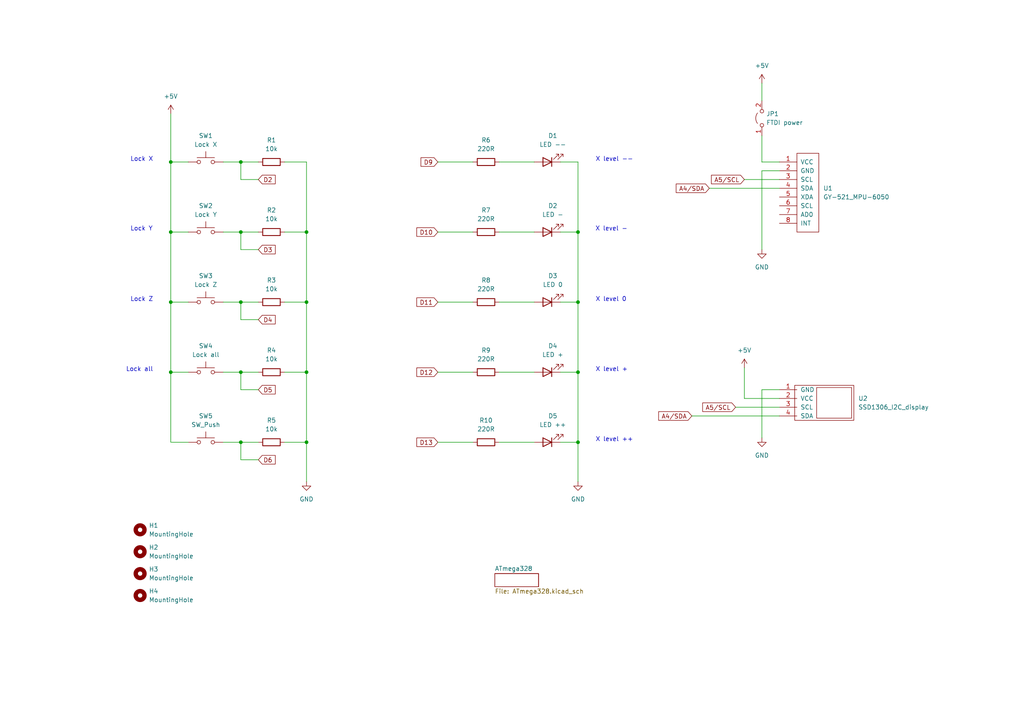
<source format=kicad_sch>
(kicad_sch (version 20211123) (generator eeschema)
  (paper "A4")
  (title_block (title "ardInclinometer-ATmega328") (date "2022-09-09") (rev "0.3"))
  (lib_symbols
    (symbol "Device:LED" (pin_numbers hide) (pin_names (offset 1.016) hide)
      (property "Reference" "D" (at 0 2.54 0))
      (property "Value" "LED" (at 0 -2.54 0))
      (symbol "LED_0_1"
        (polyline (pts (xy -1.27 -1.27) (xy -1.27 1.27)) (stroke (width 0.254)))
        (polyline (pts (xy -1.27 0) (xy 1.27 0)))
        (polyline (pts (xy 1.27 -1.27) (xy 1.27 1.27) (xy -1.27 0) (xy 1.27 -1.27)) (stroke (width 0.254)))
        (polyline (pts (xy -3.048 -0.762) (xy -4.572 -2.286) (xy -3.81 -2.286) (xy -4.572 -2.286) (xy -4.572 -1.524)))
        (polyline (pts (xy -1.778 -0.762) (xy -3.302 -2.286) (xy -2.54 -2.286) (xy -3.302 -2.286) (xy -3.302 -1.524)))
      )
      (symbol "LED_1_1"
        (pin passive line (at -3.81 0 0) (length 2.54) (name "K") (number "1"))
        (pin passive line (at 3.81 0 180) (length 2.54) (name "A") (number "2"))
      )
    )
    (symbol "Device:R" (pin_numbers hide) (pin_names (offset 0))
      (property "Reference" "R" (at 2.032 0 90))
      (property "Value" "R" (at 0 0 90))
      (symbol "R_0_1"
        (rectangle (start -1.016 -2.54) (end 1.016 2.54) (stroke (width 0.254)))
      )
      (symbol "R_1_1"
        (pin passive line (at 0 3.81 270) (length 1.27) (name "~") (number "1"))
        (pin passive line (at 0 -3.81 90) (length 1.27) (name "~") (number "2"))
      )
    )
    (symbol "Jumper:Jumper_2_Open" (pin_names (offset 0) hide)
      (property "Reference" "JP" (at 0 2.794 0))
      (property "Value" "Jumper_2_Open" (at 0 -2.286 0))
      (symbol "Jumper_2_Open_0_0"
        (circle (center -2.032 0) (radius 0.508))
        (circle (center 2.032 0) (radius 0.508))
      )
      (symbol "Jumper_2_Open_0_1"
        (arc (start 1.524 1.27) (mid 0 1.778) (end -1.524 1.27))
      )
      (symbol "Jumper_2_Open_1_1"
        (pin passive line (at -5.08 0 0) (length 2.54) (name "A") (number "1"))
        (pin passive line (at 5.08 0 180) (length 2.54) (name "B") (number "2"))
      )
    )
    (symbol "Mechanical:MountingHole" (pin_names (offset 1.016))
      (property "Reference" "H" (at 0 5.08 0))
      (property "Value" "MountingHole" (at 0 3.175 0))
      (symbol "MountingHole_0_1"
        (circle (center 0 0) (radius 1.27) (stroke (width 1.27)))
      )
    )
    (symbol "My_Parts:GY-521_MPU-6050" (pin_names (offset 1.016))
      (property "Reference" "U" (at 6.35 3.81 0))
      (property "Value" "GY-521_MPU-6050" (at 10.16 6.35 0))
      (symbol "GY-521_MPU-6050_0_1"
        (rectangle (start 5.08 2.54) (end 11.43 -20.32))
      )
      (symbol "GY-521_MPU-6050_1_1"
        (pin power_in line (at 0 0 0) (length 5.08) (name "VCC") (number "1"))
        (pin power_in line (at 0 -2.54 0) (length 5.08) (name "GND") (number "2"))
        (pin bidirectional line (at 0 -5.08 0) (length 5.08) (name "SCL") (number "3"))
        (pin bidirectional line (at 0 -7.62 0) (length 5.08) (name "SDA") (number "4"))
        (pin bidirectional line (at 0 -10.16 0) (length 5.08) (name "XDA") (number "5"))
        (pin bidirectional line (at 0 -12.7 0) (length 5.08) (name "SCL") (number "6"))
        (pin bidirectional line (at 0 -15.24 0) (length 5.08) (name "AD0") (number "7"))
        (pin bidirectional line (at 0 -17.78 0) (length 5.08) (name "INT") (number "8"))
      )
    )
    (symbol "My_Parts:SSD1306_I2C_display" (pin_names (offset 1.016))
      (property "Reference" "U" (at 5.715 2.54 0))
      (property "Value" "SSD1306_I2C_display" (at 12.7 -10.795 0))
      (symbol "SSD1306_I2C_display_0_1"
        (rectangle (start 4.445 1.27) (end 21.59 -8.89))
        (rectangle (start 10.795 0.635) (end 20.955 -8.255))
      )
      (symbol "SSD1306_I2C_display_1_1"
        (pin power_in line (at 0 0 0) (length 5.08) (name "GND") (number "1"))
        (pin power_in line (at 0 -2.54 0) (length 5.08) (name "VCC") (number "2"))
        (pin input line (at 0 -5.08 0) (length 5.08) (name "SCL") (number "3"))
        (pin input line (at 0 -7.62 0) (length 5.08) (name "SDA") (number "4"))
      )
    )
    (symbol "Switch:SW_Push" (pin_numbers hide) (pin_names (offset 1.016) hide)
      (property "Reference" "SW" (at 1.27 2.54 0))
      (property "Value" "SW_Push" (at 0 -1.524 0))
      (symbol "SW_Push_0_1"
        (circle (center -2.032 0) (radius 0.508))
        (polyline (pts (xy 0 1.27) (xy 0 3.048)))
        (polyline (pts (xy 2.54 1.27) (xy -2.54 1.27)))
        (circle (center 2.032 0) (radius 0.508))
        (pin passive line (at -5.08 0 0) (length 2.54) (name "1") (number "1"))
        (pin passive line (at 5.08 0 180) (length 2.54) (name "2") (number "2"))
      )
    )
    (symbol "power:+5V" (power) (pin_names (offset 0))
      (property "Value" "+5V" (at 0 3.556 0))
      (symbol "+5V_0_1"
        (polyline (pts (xy -0.762 1.27) (xy 0 2.54)))
        (polyline (pts (xy 0 0) (xy 0 2.54)))
        (polyline (pts (xy 0 2.54) (xy 0.762 1.27)))
      )
      (symbol "+5V_1_1"
        (pin power_in line (at 0 0 90) (length 0) hide (name "+5V") (number "1"))
      )
    )
    (symbol "power:GND" (power) (pin_names (offset 0))
      (property "Value" "GND" (at 0 -3.81 0))
      (symbol "GND_0_1"
        (polyline (pts (xy 0 0) (xy 0 -1.27) (xy 1.27 -1.27) (xy 0 -2.54) (xy -1.27 -1.27) (xy 0 -1.27)))
      )
      (symbol "GND_1_1"
        (pin power_in line (at 0 0 270) (length 0) hide (name "GND") (number "1"))
      )
    )
  )
  (junction (at 167.64 67.31))
  (junction (at 49.53 107.95))
  (junction (at 167.64 107.95))
  (junction (at 88.9 67.31))
  (junction (at 69.85 107.95))
  (junction (at 49.53 67.31))
  (junction (at 88.9 87.63))
  (junction (at 49.53 46.99))
  (junction (at 167.64 87.63))
  (junction (at 88.9 107.95))
  (junction (at 69.85 128.27))
  (junction (at 69.85 67.31))
  (junction (at 167.64 128.27))
  (junction (at 69.85 46.99))
  (junction (at 88.9 128.27))
  (junction (at 49.53 87.63))
  (junction (at 69.85 87.63))
  (wire (pts (xy 69.85 92.71) (xy 74.93 92.71)))
  (wire (pts (xy 82.55 67.31) (xy 88.9 67.31)))
  (wire (pts (xy 226.06 46.99) (xy 220.98 46.99)))
  (wire (pts (xy 127 87.63) (xy 137.16 87.63)))
  (wire (pts (xy 82.55 87.63) (xy 88.9 87.63)))
  (wire (pts (xy 200.66 120.65) (xy 226.06 120.65)))
  (wire (pts (xy 64.77 46.99) (xy 69.85 46.99)))
  (wire (pts (xy 69.85 67.31) (xy 74.93 67.31)))
  (wire (pts (xy 127 128.27) (xy 137.16 128.27)))
  (wire (pts (xy 220.98 39.37) (xy 220.98 46.99)))
  (wire (pts (xy 82.55 128.27) (xy 88.9 128.27)))
  (wire (pts (xy 69.85 46.99) (xy 74.93 46.99)))
  (wire (pts (xy 127 46.99) (xy 137.16 46.99)))
  (wire (pts (xy 144.78 67.31) (xy 154.94 67.31)))
  (wire (pts (xy 69.85 107.95) (xy 74.93 107.95)))
  (wire (pts (xy 215.9 52.07) (xy 226.06 52.07)))
  (wire (pts (xy 167.64 87.63) (xy 167.64 107.95)))
  (wire (pts (xy 144.78 46.99) (xy 154.94 46.99)))
  (wire (pts (xy 69.85 113.03) (xy 69.85 107.95)))
  (wire (pts (xy 49.53 107.95) (xy 49.53 128.27)))
  (wire (pts (xy 64.77 67.31) (xy 69.85 67.31)))
  (wire (pts (xy 167.64 107.95) (xy 167.64 128.27)))
  (wire (pts (xy 64.77 87.63) (xy 69.85 87.63)))
  (wire (pts (xy 215.9 115.57) (xy 215.9 106.68)))
  (wire (pts (xy 220.98 24.13) (xy 220.98 29.21)))
  (wire (pts (xy 220.98 113.03) (xy 220.98 127)))
  (wire (pts (xy 167.64 67.31) (xy 167.64 87.63)))
  (wire (pts (xy 226.06 49.53) (xy 220.98 49.53)))
  (wire (pts (xy 88.9 67.31) (xy 88.9 46.99)))
  (wire (pts (xy 88.9 107.95) (xy 88.9 87.63)))
  (wire (pts (xy 74.93 72.39) (xy 69.85 72.39)))
  (wire (pts (xy 69.85 46.99) (xy 69.85 52.07)))
  (wire (pts (xy 144.78 128.27) (xy 154.94 128.27)))
  (wire (pts (xy 49.53 67.31) (xy 54.61 67.31)))
  (wire (pts (xy 88.9 87.63) (xy 88.9 67.31)))
  (wire (pts (xy 69.85 128.27) (xy 69.85 133.35)))
  (wire (pts (xy 162.56 107.95) (xy 167.64 107.95)))
  (wire (pts (xy 49.53 33.02) (xy 49.53 46.99)))
  (wire (pts (xy 54.61 128.27) (xy 49.53 128.27)))
  (wire (pts (xy 54.61 107.95) (xy 49.53 107.95)))
  (wire (pts (xy 144.78 87.63) (xy 154.94 87.63)))
  (wire (pts (xy 226.06 113.03) (xy 220.98 113.03)))
  (wire (pts (xy 69.85 128.27) (xy 74.93 128.27)))
  (wire (pts (xy 64.77 107.95) (xy 69.85 107.95)))
  (wire (pts (xy 205.74 54.61) (xy 226.06 54.61)))
  (wire (pts (xy 226.06 115.57) (xy 215.9 115.57)))
  (wire (pts (xy 74.93 113.03) (xy 69.85 113.03)))
  (wire (pts (xy 49.53 46.99) (xy 54.61 46.99)))
  (wire (pts (xy 127 107.95) (xy 137.16 107.95)))
  (wire (pts (xy 213.36 118.11) (xy 226.06 118.11)))
  (wire (pts (xy 49.53 87.63) (xy 49.53 67.31)))
  (wire (pts (xy 220.98 49.53) (xy 220.98 72.39)))
  (wire (pts (xy 167.64 128.27) (xy 162.56 128.27)))
  (wire (pts (xy 127 67.31) (xy 137.16 67.31)))
  (wire (pts (xy 69.85 52.07) (xy 74.93 52.07)))
  (wire (pts (xy 49.53 67.31) (xy 49.53 46.99)))
  (wire (pts (xy 167.64 128.27) (xy 167.64 139.7)))
  (wire (pts (xy 69.85 133.35) (xy 74.93 133.35)))
  (wire (pts (xy 88.9 46.99) (xy 82.55 46.99)))
  (wire (pts (xy 69.85 72.39) (xy 69.85 67.31)))
  (wire (pts (xy 167.64 46.99) (xy 167.64 67.31)))
  (wire (pts (xy 49.53 107.95) (xy 49.53 87.63)))
  (wire (pts (xy 88.9 107.95) (xy 88.9 128.27)))
  (wire (pts (xy 69.85 87.63) (xy 69.85 92.71)))
  (wire (pts (xy 64.77 128.27) (xy 69.85 128.27)))
  (wire (pts (xy 88.9 128.27) (xy 88.9 139.7)))
  (wire (pts (xy 82.55 107.95) (xy 88.9 107.95)))
  (wire (pts (xy 49.53 87.63) (xy 54.61 87.63)))
  (wire (pts (xy 69.85 87.63) (xy 74.93 87.63)))
  (wire (pts (xy 162.56 67.31) (xy 167.64 67.31)))
  (wire (pts (xy 162.56 46.99) (xy 167.64 46.99)))
  (wire (pts (xy 162.56 87.63) (xy 167.64 87.63)))
  (wire (pts (xy 144.78 107.95) (xy 154.94 107.95)))
  (text "X level +" (at 172.72 107.95 0) (effects (font (size 1.27 1.27)) (justify left bottom)))
  (text "Lock all" (at 44.45 107.95 180) (effects (font (size 1.27 1.27)) (justify right bottom)))
  (text "Lock Z" (at 44.45 87.63 180) (effects (font (size 1.27 1.27)) (justify right bottom)))
  (text "X level -" (at 172.6502 67.1699 0) (effects (font (size 1.27 1.27)) (justify left bottom)))
  (text "X level ++" (at 172.72 128.27 0) (effects (font (size 1.27 1.27)) (justify left bottom)))
  (text "Lock X" (at 44.45 46.99 180) (effects (font (size 1.27 1.27)) (justify right bottom)))
  (text "Lock Y" (at 44.3283 67.1699 180) (effects (font (size 1.27 1.27)) (justify right bottom)))
  (text "X level --" (at 172.72 46.99 0) (effects (font (size 1.27 1.27)) (justify left bottom)))
  (text "X level 0" (at 172.72 87.63 0) (effects (font (size 1.27 1.27)) (justify left bottom)))
  (global_label "D12" (shape input) (at 127 107.95 180) (property "Intersheet References" "${INTERSHEET_REFS}" (effects hide)))
  (global_label "A4{slash}SDA" (shape input) (at 200.66 120.65 180) (property "Intersheet References" "${INTERSHEET_REFS}" (effects hide)))
  (global_label "D6" (shape input) (at 74.93 133.35 0) (property "Intersheet References" "${INTERSHEET_REFS}" (effects hide)))
  (global_label "D4" (shape input) (at 74.93 92.71 0) (property "Intersheet References" "${INTERSHEET_REFS}" (effects hide)))
  (global_label "D13" (shape input) (at 127 128.27 180) (property "Intersheet References" "${INTERSHEET_REFS}" (effects hide)))
  (global_label "D10" (shape input) (at 127 67.31 180) (property "Intersheet References" "${INTERSHEET_REFS}" (effects hide)))
  (global_label "D3" (shape input) (at 74.93 72.39 0) (property "Intersheet References" "${INTERSHEET_REFS}" (effects hide)))
  (global_label "D2" (shape input) (at 74.93 52.07 0) (property "Intersheet References" "${INTERSHEET_REFS}" (effects hide)))
  (global_label "D11" (shape input) (at 127 87.63 180) (property "Intersheet References" "${INTERSHEET_REFS}" (effects hide)))
  (global_label "A5{slash}SCL" (shape input) (at 213.36 118.11 180) (property "Intersheet References" "${INTERSHEET_REFS}" (effects hide)))
  (global_label "D9" (shape input) (at 127 46.99 180) (property "Intersheet References" "${INTERSHEET_REFS}" (effects hide)))
  (global_label "A5{slash}SCL" (shape input) (at 215.9 52.07 180) (property "Intersheet References" "${INTERSHEET_REFS}" (effects hide)))
  (global_label "D5" (shape input) (at 74.93 113.03 0) (property "Intersheet References" "${INTERSHEET_REFS}" (effects hide)))
  (global_label "A4{slash}SDA" (shape input) (at 205.74 54.61 180) (property "Intersheet References" "${INTERSHEET_REFS}" (effects hide)))
  (symbol (lib_id "Device:R") (at 140.97 107.95 90) (unit 1)
    (property "Reference" "R9" (at 140.97 101.6 90))
    (property "Value" "220R" (at 140.97 104.14 90))
    (property "Footprint" "My_Misc:R_Axial_DIN0207_L6.3mm_D2.5mm_P10.16mm_Horizontal_larger_pads" (effects hide))
  )
  (symbol (lib_id "power:+5V") (at 220.98 24.13 0) (unit 1)
    (property "Reference" "#PWR05" (effects hide))
    (property "Value" "+5V" (at 220.98 19.05 0))
  )
  (symbol (lib_id "Switch:SW_Push") (at 59.69 107.95 0) (unit 1)
    (property "Reference" "SW4" (at 59.69 100.33 0))
    (property "Value" "Lock all" (at 59.69 102.87 0))
    (property "Footprint" "My_Misc:SW_PUSH_6mm_large" (effects hide))
  )
  (symbol (lib_id "My_Parts:SSD1306_I2C_display") (at 226.06 113.03 0) (unit 1)
    (property "Reference" "U2" (at 248.92 115.5699 0) (effects (justify left)))
    (property "Value" "SSD1306_I2C_display" (at 248.92 118.1099 0) (effects (justify left)))
    (property "Footprint" "My_Parts:SSD1306_I2C_0.96_OLED_display_large" (effects hide))
  )
  (symbol (lib_id "Device:LED") (at 158.75 67.31 180) (unit 1)
    (property "Reference" "D2" (at 160.3375 59.69 0))
    (property "Value" "LED -" (at 160.3375 62.23 0))
    (property "Footprint" "My_Misc:LED_D5.0mm_large" (effects hide))
  )
  (symbol (lib_id "Device:R") (at 140.97 87.63 90) (unit 1)
    (property "Reference" "R8" (at 140.97 81.28 90))
    (property "Value" "220R" (at 140.97 83.82 90))
    (property "Footprint" "My_Misc:R_Axial_DIN0207_L6.3mm_D2.5mm_P10.16mm_Horizontal_larger_pads" (effects hide))
  )
  (symbol (lib_id "Device:R") (at 140.97 128.27 90) (unit 1)
    (property "Reference" "R10" (at 140.97 121.92 90))
    (property "Value" "220R" (at 140.97 124.46 90))
    (property "Footprint" "My_Misc:R_Axial_DIN0207_L6.3mm_D2.5mm_P10.16mm_Horizontal_larger_pads" (effects hide))
  )
  (symbol (lib_id "Mechanical:MountingHole") (at 40.64 172.72 0) (unit 1)
    (property "Reference" "H4" (at 43.18 171.4499 0) (effects (justify left)))
    (property "Value" "MountingHole" (at 43.18 173.9899 0) (effects (justify left)))
    (property "Footprint" "MountingHole:MountingHole_3.2mm_M3" (effects hide))
  )
  (symbol (lib_id "Device:R") (at 140.97 67.31 90) (unit 1)
    (property "Reference" "R7" (at 140.97 60.96 90))
    (property "Value" "220R" (at 140.97 63.5 90))
    (property "Footprint" "My_Misc:R_Axial_DIN0207_L6.3mm_D2.5mm_P10.16mm_Horizontal_larger_pads" (effects hide))
  )
  (symbol (lib_id "Device:R") (at 78.74 128.27 90) (unit 1)
    (property "Reference" "R5" (at 78.74 121.92 90))
    (property "Value" "10k" (at 78.74 124.46 90))
    (property "Footprint" "My_Misc:R_Axial_DIN0207_L6.3mm_D2.5mm_P10.16mm_Horizontal_larger_pads" (effects hide))
  )
  (symbol (lib_id "power:GND") (at 88.9 139.7 0) (unit 1)
    (property "Reference" "#PWR02" (effects hide))
    (property "Value" "GND" (at 88.9 144.78 0))
  )
  (symbol (lib_id "My_Parts:GY-521_MPU-6050") (at 226.06 46.99 0) (unit 1)
    (property "Reference" "U1" (at 238.76 54.6099 0) (effects (justify left)))
    (property "Value" "GY-521_MPU-6050" (at 238.76 57.1499 0) (effects (justify left)))
    (property "Footprint" "My_Parts:GY-521_MPU6050_w_header_large" (effects hide))
  )
  (symbol (lib_id "Switch:SW_Push") (at 59.69 87.63 0) (unit 1)
    (property "Reference" "SW3" (at 59.69 80.01 0))
    (property "Value" "Lock Z" (at 59.69 82.55 0))
    (property "Footprint" "My_Misc:SW_PUSH_6mm_large" (effects hide))
  )
  (symbol (lib_id "Jumper:Jumper_2_Open") (at 220.98 34.29 90) (unit 1)
    (property "Reference" "JP1" (at 222.25 33.0199 90) (effects (justify right)))
    (property "Value" "FTDI power" (at 222.25 35.5599 90) (effects (justify right)))
    (property "Footprint" "My_Parts:Jumper_1x02_P2.54mm_large" (effects hide))
  )
  (symbol (lib_id "Device:R") (at 78.74 87.63 90) (unit 1)
    (property "Reference" "R3" (at 78.74 81.28 90))
    (property "Value" "10k" (at 78.74 83.82 90))
    (property "Footprint" "My_Misc:R_Axial_DIN0207_L6.3mm_D2.5mm_P10.16mm_Horizontal_larger_pads" (effects hide))
  )
  (symbol (lib_id "Mechanical:MountingHole") (at 40.64 153.67 0) (unit 1)
    (property "Reference" "H1" (at 43.18 152.3999 0) (effects (justify left)))
    (property "Value" "MountingHole" (at 43.18 154.9399 0) (effects (justify left)))
    (property "Footprint" "MountingHole:MountingHole_3.2mm_M3" (effects hide))
  )
  (symbol (lib_id "Mechanical:MountingHole") (at 40.64 166.37 0) (unit 1)
    (property "Reference" "H3" (at 43.18 165.0999 0) (effects (justify left)))
    (property "Value" "MountingHole" (at 43.18 167.6399 0) (effects (justify left)))
    (property "Footprint" "MountingHole:MountingHole_3.2mm_M3" (effects hide))
  )
  (symbol (lib_id "power:GND") (at 220.98 72.39 0) (unit 1)
    (property "Reference" "#PWR06" (effects hide))
    (property "Value" "GND" (at 220.98 77.47 0))
  )
  (symbol (lib_id "power:GND") (at 167.64 139.7 0) (unit 1)
    (property "Reference" "#PWR03" (effects hide))
    (property "Value" "GND" (at 167.64 144.78 0))
  )
  (symbol (lib_id "Device:R") (at 78.74 46.99 90) (unit 1)
    (property "Reference" "R1" (at 78.74 40.64 90))
    (property "Value" "10k" (at 78.74 43.18 90))
    (property "Footprint" "My_Misc:R_Axial_DIN0207_L6.3mm_D2.5mm_P10.16mm_Horizontal_larger_pads" (effects hide))
  )
  (symbol (lib_id "power:+5V") (at 215.9 106.68 0) (unit 1)
    (property "Reference" "#PWR04" (effects hide))
    (property "Value" "+5V" (at 215.9 101.6 0))
  )
  (symbol (lib_id "Switch:SW_Push") (at 59.69 67.31 0) (unit 1)
    (property "Reference" "SW2" (at 59.69 59.69 0))
    (property "Value" "Lock Y" (at 59.69 62.23 0))
    (property "Footprint" "My_Misc:SW_PUSH_6mm_large" (effects hide))
  )
  (symbol (lib_id "Switch:SW_Push") (at 59.69 46.99 0) (unit 1)
    (property "Reference" "SW1" (at 59.69 39.37 0))
    (property "Value" "Lock X" (at 59.69 41.91 0))
    (property "Footprint" "My_Misc:SW_PUSH_6mm_large" (effects hide))
  )
  (symbol (lib_id "Device:R") (at 78.74 107.95 90) (unit 1)
    (property "Reference" "R4" (at 78.74 101.6 90))
    (property "Value" "10k" (at 78.74 104.14 90))
    (property "Footprint" "My_Misc:R_Axial_DIN0207_L6.3mm_D2.5mm_P10.16mm_Horizontal_larger_pads" (effects hide))
  )
  (symbol (lib_id "Device:LED") (at 158.75 107.95 180) (unit 1)
    (property "Reference" "D4" (at 160.3375 100.33 0))
    (property "Value" "LED +" (at 160.3375 102.87 0))
    (property "Footprint" "My_Misc:LED_D5.0mm_large" (effects hide))
  )
  (symbol (lib_id "Device:R") (at 140.97 46.99 90) (unit 1)
    (property "Reference" "R6" (at 140.97 40.64 90))
    (property "Value" "220R" (at 140.97 43.18 90))
    (property "Footprint" "My_Misc:R_Axial_DIN0207_L6.3mm_D2.5mm_P10.16mm_Horizontal_larger_pads" (effects hide))
  )
  (symbol (lib_id "Device:LED") (at 158.75 87.63 180) (unit 1)
    (property "Reference" "D3" (at 160.3375 80.01 0))
    (property "Value" "LED 0" (at 160.3375 82.55 0))
    (property "Footprint" "My_Misc:LED_D5.0mm_large" (effects hide))
  )
  (symbol (lib_id "Switch:SW_Push") (at 59.69 128.27 0) (unit 1)
    (property "Reference" "SW5" (at 59.69 120.65 0))
    (property "Value" "SW_Push" (at 59.69 123.19 0))
    (property "Footprint" "My_Misc:SW_PUSH_6mm_large" (effects hide))
  )
  (symbol (lib_id "Device:LED") (at 158.75 128.27 180) (unit 1)
    (property "Reference" "D5" (at 160.3375 120.65 0))
    (property "Value" "LED ++" (at 160.3375 123.19 0))
    (property "Footprint" "My_Misc:LED_D5.0mm_large" (effects hide))
  )
  (symbol (lib_id "Device:R") (at 78.74 67.31 90) (unit 1)
    (property "Reference" "R2" (at 78.74 60.96 90))
    (property "Value" "10k" (at 78.74 63.5 90))
    (property "Footprint" "My_Misc:R_Axial_DIN0207_L6.3mm_D2.5mm_P10.16mm_Horizontal_larger_pads" (effects hide))
  )
  (symbol (lib_id "power:+5V") (at 49.53 33.02 0) (unit 1)
    (property "Reference" "#PWR01" (effects hide))
    (property "Value" "+5V" (at 49.53 27.94 0))
  )
  (symbol (lib_id "power:GND") (at 220.98 127 0) (unit 1)
    (property "Reference" "#PWR07" (effects hide))
    (property "Value" "GND" (at 220.98 132.08 0))
  )
  (symbol (lib_id "Device:LED") (at 158.75 46.99 180) (unit 1)
    (property "Reference" "D1" (at 160.3375 39.37 0))
    (property "Value" "LED --" (at 160.3375 41.91 0))
    (property "Footprint" "My_Misc:LED_D5.0mm_large" (effects hide))
  )
  (symbol (lib_id "Mechanical:MountingHole") (at 40.64 160.02 0) (unit 1)
    (property "Reference" "H2" (at 43.18 158.7499 0) (effects (justify left)))
    (property "Value" "MountingHole" (at 43.18 161.2899 0) (effects (justify left)))
    (property "Footprint" "MountingHole:MountingHole_3.2mm_M3" (effects hide))
  )
  (sheet (at 143.51 166.37) (size 12.7 3.81) (stroke (width 0.1524))
    (property "Sheet name" "ATmega328" (at 143.51 165.6584 0) (effects (justify left bottom)))
    (property "Sheet file" "ATmega328.kicad_sch" (at 143.51 170.7646 0) (effects (justify left top)))
  )
)
</source>
